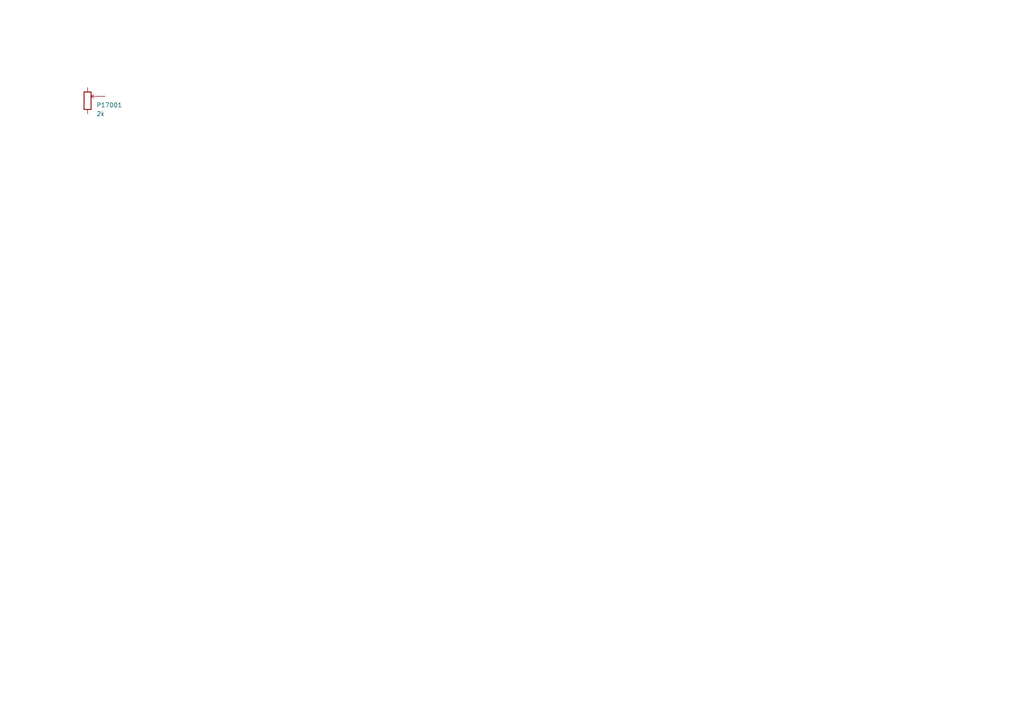
<source format=kicad_sch>
(kicad_sch
	(version 20231120)
	(generator "eeschema")
	(generator_version "8.0")
	(uuid "b90315f5-3b77-4cde-9026-e6bc7f621218")
	(paper "A4")
	(title_block
		(title "Lily KiCad Library test")
		(date "2024-07-03")
		(rev "1")
		(company "LilyTronics")
	)
	(lib_symbols
		(symbol "lily_symbols:pot_trim_2k_20%_125mW_3313j"
			(pin_numbers hide)
			(pin_names
				(offset 0) hide)
			(exclude_from_sim no)
			(in_bom yes)
			(on_board yes)
			(property "Reference" "P"
				(at 2.54 -5.08 0)
				(effects
					(font
						(size 1.27 1.27)
					)
					(justify left)
				)
			)
			(property "Value" "2k"
				(at 2.54 -7.62 0)
				(effects
					(font
						(size 1.27 1.27)
					)
					(justify left)
				)
			)
			(property "Footprint" "lily_footprints:pot_3313j"
				(at 0 -20.32 0)
				(effects
					(font
						(size 1.27 1.27)
					)
					(hide yes)
				)
			)
			(property "Datasheet" ""
				(at 0 -3.81 0)
				(effects
					(font
						(size 1.27 1.27)
					)
					(hide yes)
				)
			)
			(property "Description" ""
				(at 0 0 0)
				(effects
					(font
						(size 1.27 1.27)
					)
					(hide yes)
				)
			)
			(property "Revision" "1"
				(at 0 -15.24 0)
				(effects
					(font
						(size 1.27 1.27)
					)
					(hide yes)
				)
			)
			(property "Status" "Active"
				(at 0 -17.78 0)
				(effects
					(font
						(size 1.27 1.27)
					)
					(hide yes)
				)
			)
			(property "Manufacturer" "BOURNS"
				(at 0 -22.86 0)
				(effects
					(font
						(size 1.27 1.27)
					)
					(hide yes)
				)
			)
			(property "Manufacturer_ID" "3313J-1-202E"
				(at 0 -25.4 0)
				(effects
					(font
						(size 1.27 1.27)
					)
					(hide yes)
				)
			)
			(property "Lily_ID" "1919-10001"
				(at 0 -27.94 0)
				(effects
					(font
						(size 1.27 1.27)
					)
					(hide yes)
				)
			)
			(property "JLCPCB_ID" "C124620"
				(at 0 -30.48 0)
				(effects
					(font
						(size 1.27 1.27)
					)
					(hide yes)
				)
			)
			(property "JLCPCB_STATUS" "Extended"
				(at 0 -33.02 0)
				(effects
					(font
						(size 1.27 1.27)
					)
					(hide yes)
				)
			)
			(symbol "pot_trim_2k_20%_125mW_3313j_0_1"
				(rectangle
					(start -1.016 -6.35)
					(end 1.016 -1.27)
					(stroke
						(width 0.254)
						(type default)
					)
					(fill
						(type none)
					)
				)
				(polyline
					(pts
						(xy 1.016 -2.54) (xy 1.778 -3.048)
					)
					(stroke
						(width 0)
						(type default)
					)
					(fill
						(type none)
					)
				)
				(polyline
					(pts
						(xy 1.016 -2.54) (xy 1.778 -2.032)
					)
					(stroke
						(width 0)
						(type default)
					)
					(fill
						(type none)
					)
				)
			)
			(symbol "pot_trim_2k_20%_125mW_3313j_1_1"
				(pin passive line
					(at 0 0 270)
					(length 1.27)
					(name "~"
						(effects
							(font
								(size 1.27 1.27)
							)
						)
					)
					(number "1"
						(effects
							(font
								(size 1.27 1.27)
							)
						)
					)
				)
				(pin passive line
					(at 5.08 -2.54 180)
					(length 4.064)
					(name ""
						(effects
							(font
								(size 1.27 1.27)
							)
						)
					)
					(number "2"
						(effects
							(font
								(size 1.27 1.27)
							)
						)
					)
				)
				(pin passive line
					(at 0 -7.62 90)
					(length 1.27)
					(name "~"
						(effects
							(font
								(size 1.27 1.27)
							)
						)
					)
					(number "3"
						(effects
							(font
								(size 1.27 1.27)
							)
						)
					)
				)
			)
		)
	)
	(symbol
		(lib_id "lily_symbols:pot_trim_2k_20%_125mW_3313j")
		(at 25.4 25.4 0)
		(unit 1)
		(exclude_from_sim no)
		(in_bom yes)
		(on_board yes)
		(dnp no)
		(uuid "44014459-3a70-41f6-8628-3febc519f896")
		(property "Reference" "P17001"
			(at 27.94 30.48 0)
			(effects
				(font
					(size 1.27 1.27)
				)
				(justify left)
			)
		)
		(property "Value" "2k"
			(at 27.94 33.02 0)
			(effects
				(font
					(size 1.27 1.27)
				)
				(justify left)
			)
		)
		(property "Footprint" "lily_footprints:pot_3313j"
			(at 25.4 45.72 0)
			(effects
				(font
					(size 1.27 1.27)
				)
				(hide yes)
			)
		)
		(property "Datasheet" ""
			(at 25.4 29.21 0)
			(effects
				(font
					(size 1.27 1.27)
				)
				(hide yes)
			)
		)
		(property "Description" ""
			(at 25.4 25.4 0)
			(effects
				(font
					(size 1.27 1.27)
				)
				(hide yes)
			)
		)
		(property "Revision" "1"
			(at 25.4 40.64 0)
			(effects
				(font
					(size 1.27 1.27)
				)
				(hide yes)
			)
		)
		(property "Status" "Active"
			(at 25.4 43.18 0)
			(effects
				(font
					(size 1.27 1.27)
				)
				(hide yes)
			)
		)
		(property "Manufacturer" "BOURNS"
			(at 25.4 48.26 0)
			(effects
				(font
					(size 1.27 1.27)
				)
				(hide yes)
			)
		)
		(property "Manufacturer_ID" "3313J-1-202E"
			(at 25.4 50.8 0)
			(effects
				(font
					(size 1.27 1.27)
				)
				(hide yes)
			)
		)
		(property "Lily_ID" "1919-10001"
			(at 25.4 53.34 0)
			(effects
				(font
					(size 1.27 1.27)
				)
				(hide yes)
			)
		)
		(property "JLCPCB_ID" "C124620"
			(at 25.4 55.88 0)
			(effects
				(font
					(size 1.27 1.27)
				)
				(hide yes)
			)
		)
		(property "JLCPCB_STATUS" "Extended"
			(at 25.4 58.42 0)
			(effects
				(font
					(size 1.27 1.27)
				)
				(hide yes)
			)
		)
		(pin "3"
			(uuid "066930dc-1ca8-451a-9fda-274c42ec50f4")
		)
		(pin "2"
			(uuid "1bb0a022-6018-4e78-80b9-bc6afa3a0b5d")
		)
		(pin "1"
			(uuid "9cfb2e29-53e8-4fc3-9b36-709dbd0beab0")
		)
		(instances
			(project "kicad_lib_test"
				(path "/032b8f2d-5c08-4381-9e3a-c197ca84e3c5/df5553eb-bf24-4c44-9313-960a3e66f61a"
					(reference "P17001")
					(unit 1)
				)
			)
		)
	)
)
</source>
